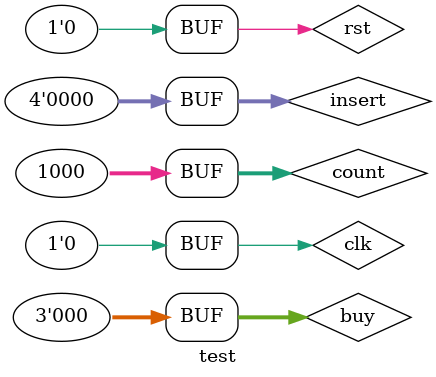
<source format=v>
module test;
	reg clk=1'b0, rst=1'b0;
	reg[2:0]buy;
	reg[3:0]insert;
	
	wire [2:0]LEDout;
	wire [6:0]SSTen, SSOne;
	
	integer count=32'd0;
	
	system S0(.clk(clk), .rst(rst), .buy(buy), .insert(insert), .LEDout(LEDout), .Ten(SSTen), .One(SSOne));
	
	initial begin
		rst=1'b1;#1 rst=1'b0;
		for(count=32'd0; count < 32'd1000; count=count+1)begin
			#1 clk=~clk;
			if(count==32'd10||count==32'd11) insert=4'b1000;
			else if(count==32'd12) insert=4'b0000;
			else if(count==32'd20||count==32'd21) buy=3'b010;
			else if(count==32'd22) buy=3'b000;
		end
	end
	
	initial $monitor("LED:%b, SSOne:%b, SSTen:%b, Cnt: %d", LEDout, SSOne, SSTen, count);
	
	initial begin
		$dumpfile("test.vcd");
		$dumpvars;
	end

endmodule
</source>
